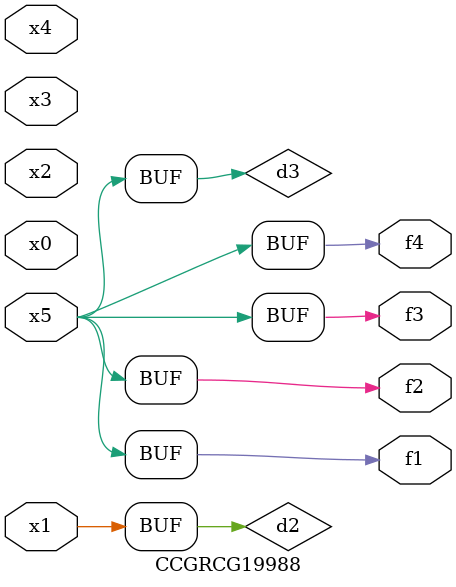
<source format=v>
module CCGRCG19988(
	input x0, x1, x2, x3, x4, x5,
	output f1, f2, f3, f4
);

	wire d1, d2, d3;

	not (d1, x5);
	or (d2, x1);
	xnor (d3, d1);
	assign f1 = d3;
	assign f2 = d3;
	assign f3 = d3;
	assign f4 = d3;
endmodule

</source>
